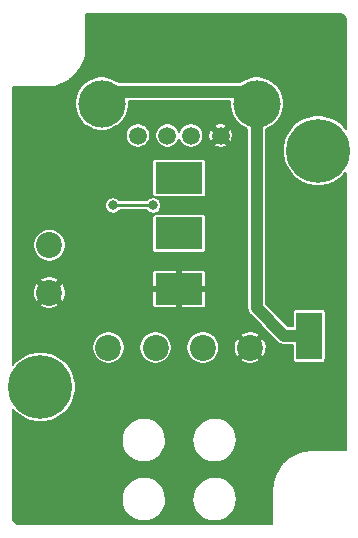
<source format=gbr>
G04 #@! TF.GenerationSoftware,KiCad,Pcbnew,(5.0.1)-3*
G04 #@! TF.CreationDate,2018-11-09T14:39:48+01:00*
G04 #@! TF.ProjectId,USB_switch,5553425F7377697463682E6B69636164,rev?*
G04 #@! TF.SameCoordinates,Original*
G04 #@! TF.FileFunction,Copper,L2,Bot,Signal*
G04 #@! TF.FilePolarity,Positive*
%FSLAX46Y46*%
G04 Gerber Fmt 4.6, Leading zero omitted, Abs format (unit mm)*
G04 Created by KiCad (PCBNEW (5.0.1)-3) date 09-Nov-18 14:39:48*
%MOMM*%
%LPD*%
G01*
G04 APERTURE LIST*
G04 #@! TA.AperFunction,ComponentPad*
%ADD10R,4.000000X2.700000*%
G04 #@! TD*
G04 #@! TA.AperFunction,SMDPad,CuDef*
%ADD11R,2.200000X4.000000*%
G04 #@! TD*
G04 #@! TA.AperFunction,ComponentPad*
%ADD12C,2.200000*%
G04 #@! TD*
G04 #@! TA.AperFunction,ComponentPad*
%ADD13C,5.400000*%
G04 #@! TD*
G04 #@! TA.AperFunction,ComponentPad*
%ADD14C,1.500000*%
G04 #@! TD*
G04 #@! TA.AperFunction,ComponentPad*
%ADD15C,4.000000*%
G04 #@! TD*
G04 #@! TA.AperFunction,ViaPad*
%ADD16C,0.800000*%
G04 #@! TD*
G04 #@! TA.AperFunction,Conductor*
%ADD17C,0.250000*%
G04 #@! TD*
G04 #@! TA.AperFunction,Conductor*
%ADD18C,1.000000*%
G04 #@! TD*
G04 #@! TA.AperFunction,Conductor*
%ADD19C,0.180000*%
G04 #@! TD*
G04 APERTURE END LIST*
D10*
G04 #@! TO.P,SW1,1*
G04 #@! TO.N,GND*
X100000000Y-101700000D03*
G04 #@! TO.P,SW1,2*
G04 #@! TO.N,Net-(R1-Pad2)*
X100000000Y-97000000D03*
G04 #@! TO.P,SW1,3*
G04 #@! TO.N,Net-(Q1-Pad2)*
X100000000Y-92300000D03*
G04 #@! TD*
D11*
G04 #@! TO.P,W12,1*
G04 #@! TO.N,Net-(J1-Pad5)*
X111000000Y-105662811D03*
G04 #@! TD*
D12*
G04 #@! TO.P,W8,1*
G04 #@! TO.N,Net-(J1-Pad2)*
X98000000Y-106662811D03*
G04 #@! TD*
G04 #@! TO.P,W6,1*
G04 #@! TO.N,GND*
X106000000Y-106662811D03*
G04 #@! TD*
G04 #@! TO.P,W7,1*
G04 #@! TO.N,Net-(J1-Pad3)*
X102000000Y-106662811D03*
G04 #@! TD*
G04 #@! TO.P,W1,1*
G04 #@! TO.N,Net-(Q1-Pad2)*
X94000000Y-106662811D03*
G04 #@! TD*
G04 #@! TO.P,W9,1*
G04 #@! TO.N,Net-(R3-Pad2)*
X89000000Y-98000000D03*
G04 #@! TD*
G04 #@! TO.P,W10,1*
G04 #@! TO.N,GND*
X89000000Y-102000000D03*
G04 #@! TD*
D13*
G04 #@! TO.P,H1,1*
G04 #@! TO.N,N/C*
X88250000Y-110000000D03*
G04 #@! TD*
G04 #@! TO.P,H2,1*
G04 #@! TO.N,N/C*
X111750000Y-90000000D03*
G04 #@! TD*
D14*
G04 #@! TO.P,J1,3*
G04 #@! TO.N,Net-(J1-Pad3)*
X101000000Y-88710000D03*
G04 #@! TO.P,J1,2*
G04 #@! TO.N,Net-(J1-Pad2)*
X99000000Y-88710000D03*
G04 #@! TO.P,J1,4*
G04 #@! TO.N,GND*
X103500000Y-88710000D03*
G04 #@! TO.P,J1,1*
G04 #@! TO.N,Vout*
X96500000Y-88710000D03*
D15*
G04 #@! TO.P,J1,5*
G04 #@! TO.N,Net-(J1-Pad5)*
X106570000Y-86000000D03*
X93430000Y-86000000D03*
G04 #@! TD*
D16*
G04 #@! TO.N,Net-(C1-Pad1)*
X97800000Y-94625000D03*
X94400000Y-94625000D03*
G04 #@! TO.N,GND*
X88000000Y-119000000D03*
X88000000Y-116000000D03*
X91000000Y-116000000D03*
X91000000Y-119000000D03*
X94000000Y-119000000D03*
X94000000Y-116000000D03*
X94000000Y-113000000D03*
X94000000Y-110000000D03*
X91000000Y-113000000D03*
X100000000Y-119000000D03*
X100000000Y-116000000D03*
X100000000Y-113000000D03*
X100000000Y-110000000D03*
X97000000Y-110000000D03*
X103000000Y-110000000D03*
X106000000Y-110000000D03*
X106000000Y-113000000D03*
X106000000Y-116000000D03*
X106000000Y-119000000D03*
X109000000Y-113000000D03*
X109000000Y-110000000D03*
X112000000Y-110000000D03*
X112000000Y-113000000D03*
X87000000Y-105000000D03*
X90000000Y-105000000D03*
X92000000Y-100000000D03*
X92000000Y-103000000D03*
X90000000Y-89000000D03*
X94000000Y-80000000D03*
X97000000Y-80000000D03*
X100000000Y-80000000D03*
X103000000Y-80000000D03*
X106000000Y-80000000D03*
X109000000Y-80000000D03*
X97000000Y-83000000D03*
X100000000Y-83000000D03*
X112000000Y-80000000D03*
X112000000Y-102000000D03*
X112000000Y-99000000D03*
X112000000Y-96000000D03*
X109000000Y-96000000D03*
X109000000Y-99000000D03*
X109000000Y-102000000D03*
X109000000Y-93000000D03*
X87000000Y-95000000D03*
X87000000Y-92000000D03*
X87000000Y-89000000D03*
X87000000Y-86000000D03*
X90000000Y-86000000D03*
X97800000Y-89600000D03*
X92000000Y-91000000D03*
X93000000Y-89000000D03*
X94000000Y-97000000D03*
X100000000Y-99400000D03*
X105300000Y-96500000D03*
X105300000Y-100700000D03*
X103000000Y-83000000D03*
X87000000Y-100000000D03*
X105100000Y-92900000D03*
X97000000Y-86500000D03*
X100000000Y-86500000D03*
X103000000Y-86500000D03*
X94500000Y-100000000D03*
X94500000Y-103000000D03*
X106000000Y-83000000D03*
X109000000Y-83000000D03*
X112000000Y-83000000D03*
X110000000Y-86000000D03*
X113000000Y-86000000D03*
X94000000Y-83000000D03*
G04 #@! TD*
D17*
G04 #@! TO.N,Net-(C1-Pad1)*
X97800000Y-94625000D02*
X94400000Y-94625000D01*
D18*
G04 #@! TO.N,Net-(J1-Pad5)*
X108900000Y-105662811D02*
X111000000Y-105662811D01*
X106570000Y-103332811D02*
X108900000Y-105662811D01*
X106570000Y-85000000D02*
X106570000Y-103332811D01*
X93430000Y-85000000D02*
X106570000Y-85000000D01*
G04 #@! TD*
D19*
G04 #@! TO.N,GND*
G36*
X113618120Y-78403453D02*
X113731740Y-78437756D01*
X113836537Y-78493478D01*
X113928506Y-78568486D01*
X114004164Y-78659940D01*
X114060611Y-78764337D01*
X114095710Y-78877723D01*
X114110000Y-79013683D01*
X114110000Y-88150133D01*
X114072484Y-88093986D01*
X113656014Y-87677516D01*
X113166296Y-87350297D01*
X112622151Y-87124904D01*
X112044489Y-87010000D01*
X111455511Y-87010000D01*
X110877849Y-87124904D01*
X110333704Y-87350297D01*
X109843986Y-87677516D01*
X109427516Y-88093986D01*
X109100297Y-88583704D01*
X108874904Y-89127849D01*
X108760000Y-89705511D01*
X108760000Y-90294489D01*
X108874904Y-90872151D01*
X109100297Y-91416296D01*
X109427516Y-91906014D01*
X109843986Y-92322484D01*
X110333704Y-92649703D01*
X110877849Y-92875096D01*
X111455511Y-92990000D01*
X112044489Y-92990000D01*
X112622151Y-92875096D01*
X113166296Y-92649703D01*
X113656014Y-92322484D01*
X114072484Y-91906014D01*
X114110000Y-91849867D01*
X114110001Y-115360000D01*
X111230841Y-115360000D01*
X111230167Y-115360066D01*
X111227697Y-115360075D01*
X111210744Y-115361797D01*
X111193709Y-115361678D01*
X111188290Y-115362209D01*
X110606000Y-115423410D01*
X110571358Y-115430521D01*
X110536653Y-115437142D01*
X110531440Y-115438715D01*
X109972126Y-115611853D01*
X109939534Y-115625553D01*
X109906768Y-115638792D01*
X109901964Y-115641346D01*
X109901959Y-115641348D01*
X109901955Y-115641351D01*
X109386928Y-115919824D01*
X109357652Y-115939570D01*
X109328045Y-115958945D01*
X109323833Y-115962381D01*
X109323826Y-115962386D01*
X109323820Y-115962392D01*
X108872693Y-116335597D01*
X108847794Y-116360670D01*
X108822531Y-116385410D01*
X108819060Y-116389605D01*
X108449008Y-116843333D01*
X108429454Y-116872763D01*
X108409476Y-116901941D01*
X108406889Y-116906726D01*
X108406886Y-116906730D01*
X108406886Y-116906731D01*
X108132012Y-117423695D01*
X108118540Y-117456380D01*
X108104617Y-117488865D01*
X108103007Y-117494067D01*
X107933780Y-118054575D01*
X107926918Y-118089230D01*
X107919565Y-118123824D01*
X107918996Y-118129240D01*
X107861861Y-118711942D01*
X107860000Y-118730842D01*
X107860001Y-121610000D01*
X86519077Y-121610000D01*
X86381880Y-121596548D01*
X86268261Y-121562244D01*
X86163461Y-121506521D01*
X86071491Y-121431512D01*
X85995836Y-121340061D01*
X85939389Y-121235663D01*
X85904290Y-121122277D01*
X85890000Y-120986317D01*
X85890000Y-119526319D01*
X95115184Y-119526319D01*
X95156192Y-119891914D01*
X95267430Y-120242580D01*
X95444661Y-120564963D01*
X95681135Y-120846781D01*
X95967843Y-121077301D01*
X96293867Y-121247742D01*
X96646786Y-121351611D01*
X97013160Y-121384954D01*
X97379032Y-121346499D01*
X97730467Y-121237712D01*
X98054079Y-121062736D01*
X98337541Y-120828235D01*
X98570057Y-120543143D01*
X98742769Y-120218318D01*
X98849100Y-119866132D01*
X98882419Y-119526319D01*
X101115184Y-119526319D01*
X101156192Y-119891914D01*
X101267430Y-120242580D01*
X101444661Y-120564963D01*
X101681135Y-120846781D01*
X101967843Y-121077301D01*
X102293867Y-121247742D01*
X102646786Y-121351611D01*
X103013160Y-121384954D01*
X103379032Y-121346499D01*
X103730467Y-121237712D01*
X104054079Y-121062736D01*
X104337541Y-120828235D01*
X104570057Y-120543143D01*
X104742769Y-120218318D01*
X104849100Y-119866132D01*
X104885000Y-119500000D01*
X104884265Y-119447368D01*
X104838157Y-119082381D01*
X104722033Y-118733301D01*
X104540318Y-118413425D01*
X104299933Y-118134936D01*
X104010034Y-117908442D01*
X103681662Y-117742570D01*
X103327327Y-117643637D01*
X102960524Y-117615413D01*
X102595224Y-117658973D01*
X102245342Y-117772656D01*
X101924205Y-117952134D01*
X101644044Y-118190569D01*
X101415532Y-118478880D01*
X101247371Y-118806085D01*
X101145968Y-119159721D01*
X101115184Y-119526319D01*
X98882419Y-119526319D01*
X98885000Y-119500000D01*
X98884265Y-119447368D01*
X98838157Y-119082381D01*
X98722033Y-118733301D01*
X98540318Y-118413425D01*
X98299933Y-118134936D01*
X98010034Y-117908442D01*
X97681662Y-117742570D01*
X97327327Y-117643637D01*
X96960524Y-117615413D01*
X96595224Y-117658973D01*
X96245342Y-117772656D01*
X95924205Y-117952134D01*
X95644044Y-118190569D01*
X95415532Y-118478880D01*
X95247371Y-118806085D01*
X95145968Y-119159721D01*
X95115184Y-119526319D01*
X85890000Y-119526319D01*
X85890000Y-114526319D01*
X95115184Y-114526319D01*
X95156192Y-114891914D01*
X95267430Y-115242580D01*
X95444661Y-115564963D01*
X95681135Y-115846781D01*
X95967843Y-116077301D01*
X96293867Y-116247742D01*
X96646786Y-116351611D01*
X97013160Y-116384954D01*
X97379032Y-116346499D01*
X97730467Y-116237712D01*
X98054079Y-116062736D01*
X98337541Y-115828235D01*
X98570057Y-115543143D01*
X98742769Y-115218318D01*
X98849100Y-114866132D01*
X98882419Y-114526319D01*
X101115184Y-114526319D01*
X101156192Y-114891914D01*
X101267430Y-115242580D01*
X101444661Y-115564963D01*
X101681135Y-115846781D01*
X101967843Y-116077301D01*
X102293867Y-116247742D01*
X102646786Y-116351611D01*
X103013160Y-116384954D01*
X103379032Y-116346499D01*
X103730467Y-116237712D01*
X104054079Y-116062736D01*
X104337541Y-115828235D01*
X104570057Y-115543143D01*
X104742769Y-115218318D01*
X104849100Y-114866132D01*
X104885000Y-114500000D01*
X104884265Y-114447368D01*
X104838157Y-114082381D01*
X104722033Y-113733301D01*
X104540318Y-113413425D01*
X104299933Y-113134936D01*
X104010034Y-112908442D01*
X103681662Y-112742570D01*
X103327327Y-112643637D01*
X102960524Y-112615413D01*
X102595224Y-112658973D01*
X102245342Y-112772656D01*
X101924205Y-112952134D01*
X101644044Y-113190569D01*
X101415532Y-113478880D01*
X101247371Y-113806085D01*
X101145968Y-114159721D01*
X101115184Y-114526319D01*
X98882419Y-114526319D01*
X98885000Y-114500000D01*
X98884265Y-114447368D01*
X98838157Y-114082381D01*
X98722033Y-113733301D01*
X98540318Y-113413425D01*
X98299933Y-113134936D01*
X98010034Y-112908442D01*
X97681662Y-112742570D01*
X97327327Y-112643637D01*
X96960524Y-112615413D01*
X96595224Y-112658973D01*
X96245342Y-112772656D01*
X95924205Y-112952134D01*
X95644044Y-113190569D01*
X95415532Y-113478880D01*
X95247371Y-113806085D01*
X95145968Y-114159721D01*
X95115184Y-114526319D01*
X85890000Y-114526319D01*
X85890000Y-111849867D01*
X85927516Y-111906014D01*
X86343986Y-112322484D01*
X86833704Y-112649703D01*
X87377849Y-112875096D01*
X87955511Y-112990000D01*
X88544489Y-112990000D01*
X89122151Y-112875096D01*
X89666296Y-112649703D01*
X90156014Y-112322484D01*
X90572484Y-111906014D01*
X90899703Y-111416296D01*
X91125096Y-110872151D01*
X91240000Y-110294489D01*
X91240000Y-109705511D01*
X91125096Y-109127849D01*
X90899703Y-108583704D01*
X90572484Y-108093986D01*
X90156014Y-107677516D01*
X89666296Y-107350297D01*
X89122151Y-107124904D01*
X88544489Y-107010000D01*
X87955511Y-107010000D01*
X87377849Y-107124904D01*
X86833704Y-107350297D01*
X86343986Y-107677516D01*
X85927516Y-108093986D01*
X85890000Y-108150133D01*
X85890000Y-106525908D01*
X92610000Y-106525908D01*
X92610000Y-106799714D01*
X92663417Y-107068259D01*
X92768198Y-107321223D01*
X92920316Y-107548885D01*
X93113926Y-107742495D01*
X93341588Y-107894613D01*
X93594552Y-107999394D01*
X93863097Y-108052811D01*
X94136903Y-108052811D01*
X94405448Y-107999394D01*
X94658412Y-107894613D01*
X94886074Y-107742495D01*
X95079684Y-107548885D01*
X95231802Y-107321223D01*
X95336583Y-107068259D01*
X95390000Y-106799714D01*
X95390000Y-106525908D01*
X96610000Y-106525908D01*
X96610000Y-106799714D01*
X96663417Y-107068259D01*
X96768198Y-107321223D01*
X96920316Y-107548885D01*
X97113926Y-107742495D01*
X97341588Y-107894613D01*
X97594552Y-107999394D01*
X97863097Y-108052811D01*
X98136903Y-108052811D01*
X98405448Y-107999394D01*
X98658412Y-107894613D01*
X98886074Y-107742495D01*
X99079684Y-107548885D01*
X99231802Y-107321223D01*
X99336583Y-107068259D01*
X99390000Y-106799714D01*
X99390000Y-106525908D01*
X100610000Y-106525908D01*
X100610000Y-106799714D01*
X100663417Y-107068259D01*
X100768198Y-107321223D01*
X100920316Y-107548885D01*
X101113926Y-107742495D01*
X101341588Y-107894613D01*
X101594552Y-107999394D01*
X101863097Y-108052811D01*
X102136903Y-108052811D01*
X102405448Y-107999394D01*
X102658412Y-107894613D01*
X102886074Y-107742495D01*
X102920632Y-107707937D01*
X105186805Y-107707937D01*
X105317383Y-107881367D01*
X105568228Y-107991124D01*
X105835666Y-108049835D01*
X106109418Y-108055244D01*
X106378966Y-108007142D01*
X106633951Y-107907378D01*
X106682617Y-107881367D01*
X106813195Y-107707937D01*
X106000000Y-106894742D01*
X105186805Y-107707937D01*
X102920632Y-107707937D01*
X103079684Y-107548885D01*
X103231802Y-107321223D01*
X103336583Y-107068259D01*
X103390000Y-106799714D01*
X103390000Y-106772229D01*
X104607567Y-106772229D01*
X104655669Y-107041777D01*
X104755433Y-107296762D01*
X104781444Y-107345428D01*
X104954874Y-107476006D01*
X105768069Y-106662811D01*
X106231931Y-106662811D01*
X107045126Y-107476006D01*
X107218556Y-107345428D01*
X107328313Y-107094583D01*
X107387024Y-106827145D01*
X107392433Y-106553393D01*
X107344331Y-106283845D01*
X107244567Y-106028860D01*
X107218556Y-105980194D01*
X107045126Y-105849616D01*
X106231931Y-106662811D01*
X105768069Y-106662811D01*
X104954874Y-105849616D01*
X104781444Y-105980194D01*
X104671687Y-106231039D01*
X104612976Y-106498477D01*
X104607567Y-106772229D01*
X103390000Y-106772229D01*
X103390000Y-106525908D01*
X103336583Y-106257363D01*
X103231802Y-106004399D01*
X103079684Y-105776737D01*
X102920632Y-105617685D01*
X105186805Y-105617685D01*
X106000000Y-106430880D01*
X106813195Y-105617685D01*
X106682617Y-105444255D01*
X106431772Y-105334498D01*
X106164334Y-105275787D01*
X105890582Y-105270378D01*
X105621034Y-105318480D01*
X105366049Y-105418244D01*
X105317383Y-105444255D01*
X105186805Y-105617685D01*
X102920632Y-105617685D01*
X102886074Y-105583127D01*
X102658412Y-105431009D01*
X102405448Y-105326228D01*
X102136903Y-105272811D01*
X101863097Y-105272811D01*
X101594552Y-105326228D01*
X101341588Y-105431009D01*
X101113926Y-105583127D01*
X100920316Y-105776737D01*
X100768198Y-106004399D01*
X100663417Y-106257363D01*
X100610000Y-106525908D01*
X99390000Y-106525908D01*
X99336583Y-106257363D01*
X99231802Y-106004399D01*
X99079684Y-105776737D01*
X98886074Y-105583127D01*
X98658412Y-105431009D01*
X98405448Y-105326228D01*
X98136903Y-105272811D01*
X97863097Y-105272811D01*
X97594552Y-105326228D01*
X97341588Y-105431009D01*
X97113926Y-105583127D01*
X96920316Y-105776737D01*
X96768198Y-106004399D01*
X96663417Y-106257363D01*
X96610000Y-106525908D01*
X95390000Y-106525908D01*
X95336583Y-106257363D01*
X95231802Y-106004399D01*
X95079684Y-105776737D01*
X94886074Y-105583127D01*
X94658412Y-105431009D01*
X94405448Y-105326228D01*
X94136903Y-105272811D01*
X93863097Y-105272811D01*
X93594552Y-105326228D01*
X93341588Y-105431009D01*
X93113926Y-105583127D01*
X92920316Y-105776737D01*
X92768198Y-106004399D01*
X92663417Y-106257363D01*
X92610000Y-106525908D01*
X85890000Y-106525908D01*
X85890000Y-103045126D01*
X88186805Y-103045126D01*
X88317383Y-103218556D01*
X88568228Y-103328313D01*
X88835666Y-103387024D01*
X89109418Y-103392433D01*
X89378966Y-103344331D01*
X89633951Y-103244567D01*
X89682617Y-103218556D01*
X89813195Y-103045126D01*
X89000000Y-102231931D01*
X88186805Y-103045126D01*
X85890000Y-103045126D01*
X85890000Y-102109418D01*
X87607567Y-102109418D01*
X87655669Y-102378966D01*
X87755433Y-102633951D01*
X87781444Y-102682617D01*
X87954874Y-102813195D01*
X88768069Y-102000000D01*
X89231931Y-102000000D01*
X90045126Y-102813195D01*
X90218556Y-102682617D01*
X90328313Y-102431772D01*
X90387024Y-102164334D01*
X90391525Y-101936500D01*
X97710000Y-101936500D01*
X97710000Y-103078563D01*
X97721145Y-103134590D01*
X97743006Y-103187367D01*
X97774743Y-103234865D01*
X97815136Y-103275258D01*
X97862634Y-103306995D01*
X97915411Y-103328856D01*
X97971438Y-103340000D01*
X99763500Y-103340000D01*
X99836000Y-103267500D01*
X99836000Y-101864000D01*
X100164000Y-101864000D01*
X100164000Y-103267500D01*
X100236500Y-103340000D01*
X102028562Y-103340000D01*
X102084589Y-103328856D01*
X102137366Y-103306995D01*
X102184864Y-103275258D01*
X102225257Y-103234865D01*
X102256994Y-103187367D01*
X102278855Y-103134590D01*
X102290000Y-103078563D01*
X102290000Y-101936500D01*
X102217500Y-101864000D01*
X100164000Y-101864000D01*
X99836000Y-101864000D01*
X97782500Y-101864000D01*
X97710000Y-101936500D01*
X90391525Y-101936500D01*
X90392433Y-101890582D01*
X90344331Y-101621034D01*
X90244567Y-101366049D01*
X90218556Y-101317383D01*
X90045126Y-101186805D01*
X89231931Y-102000000D01*
X88768069Y-102000000D01*
X87954874Y-101186805D01*
X87781444Y-101317383D01*
X87671687Y-101568228D01*
X87612976Y-101835666D01*
X87607567Y-102109418D01*
X85890000Y-102109418D01*
X85890000Y-100954874D01*
X88186805Y-100954874D01*
X89000000Y-101768069D01*
X89813195Y-100954874D01*
X89682617Y-100781444D01*
X89431772Y-100671687D01*
X89164334Y-100612976D01*
X88890582Y-100607567D01*
X88621034Y-100655669D01*
X88366049Y-100755433D01*
X88317383Y-100781444D01*
X88186805Y-100954874D01*
X85890000Y-100954874D01*
X85890000Y-100321437D01*
X97710000Y-100321437D01*
X97710000Y-101463500D01*
X97782500Y-101536000D01*
X99836000Y-101536000D01*
X99836000Y-100132500D01*
X100164000Y-100132500D01*
X100164000Y-101536000D01*
X102217500Y-101536000D01*
X102290000Y-101463500D01*
X102290000Y-100321437D01*
X102278855Y-100265410D01*
X102256994Y-100212633D01*
X102225257Y-100165135D01*
X102184864Y-100124742D01*
X102137366Y-100093005D01*
X102084589Y-100071144D01*
X102028562Y-100060000D01*
X100236500Y-100060000D01*
X100164000Y-100132500D01*
X99836000Y-100132500D01*
X99763500Y-100060000D01*
X97971438Y-100060000D01*
X97915411Y-100071144D01*
X97862634Y-100093005D01*
X97815136Y-100124742D01*
X97774743Y-100165135D01*
X97743006Y-100212633D01*
X97721145Y-100265410D01*
X97710000Y-100321437D01*
X85890000Y-100321437D01*
X85890000Y-97863097D01*
X87610000Y-97863097D01*
X87610000Y-98136903D01*
X87663417Y-98405448D01*
X87768198Y-98658412D01*
X87920316Y-98886074D01*
X88113926Y-99079684D01*
X88341588Y-99231802D01*
X88594552Y-99336583D01*
X88863097Y-99390000D01*
X89136903Y-99390000D01*
X89405448Y-99336583D01*
X89658412Y-99231802D01*
X89886074Y-99079684D01*
X90079684Y-98886074D01*
X90231802Y-98658412D01*
X90336583Y-98405448D01*
X90390000Y-98136903D01*
X90390000Y-97863097D01*
X90336583Y-97594552D01*
X90231802Y-97341588D01*
X90079684Y-97113926D01*
X89886074Y-96920316D01*
X89658412Y-96768198D01*
X89405448Y-96663417D01*
X89136903Y-96610000D01*
X88863097Y-96610000D01*
X88594552Y-96663417D01*
X88341588Y-96768198D01*
X88113926Y-96920316D01*
X87920316Y-97113926D01*
X87768198Y-97341588D01*
X87663417Y-97594552D01*
X87610000Y-97863097D01*
X85890000Y-97863097D01*
X85890000Y-95650000D01*
X97708597Y-95650000D01*
X97708597Y-98350000D01*
X97714196Y-98406850D01*
X97730779Y-98461515D01*
X97757707Y-98511895D01*
X97793947Y-98556053D01*
X97838105Y-98592293D01*
X97888485Y-98619221D01*
X97943150Y-98635804D01*
X98000000Y-98641403D01*
X102000000Y-98641403D01*
X102056850Y-98635804D01*
X102111515Y-98619221D01*
X102161895Y-98592293D01*
X102206053Y-98556053D01*
X102242293Y-98511895D01*
X102269221Y-98461515D01*
X102285804Y-98406850D01*
X102291403Y-98350000D01*
X102291403Y-95650000D01*
X102285804Y-95593150D01*
X102269221Y-95538485D01*
X102242293Y-95488105D01*
X102206053Y-95443947D01*
X102161895Y-95407707D01*
X102111515Y-95380779D01*
X102056850Y-95364196D01*
X102000000Y-95358597D01*
X98000000Y-95358597D01*
X97943150Y-95364196D01*
X97888485Y-95380779D01*
X97838105Y-95407707D01*
X97793947Y-95443947D01*
X97757707Y-95488105D01*
X97730779Y-95538485D01*
X97714196Y-95593150D01*
X97708597Y-95650000D01*
X85890000Y-95650000D01*
X85890000Y-94557041D01*
X93710000Y-94557041D01*
X93710000Y-94692959D01*
X93736516Y-94826266D01*
X93788530Y-94951838D01*
X93864042Y-95064850D01*
X93960150Y-95160958D01*
X94073162Y-95236470D01*
X94198734Y-95288484D01*
X94332041Y-95315000D01*
X94467959Y-95315000D01*
X94601266Y-95288484D01*
X94726838Y-95236470D01*
X94839850Y-95160958D01*
X94935958Y-95064850D01*
X94952562Y-95040000D01*
X97247438Y-95040000D01*
X97264042Y-95064850D01*
X97360150Y-95160958D01*
X97473162Y-95236470D01*
X97598734Y-95288484D01*
X97732041Y-95315000D01*
X97867959Y-95315000D01*
X98001266Y-95288484D01*
X98126838Y-95236470D01*
X98239850Y-95160958D01*
X98335958Y-95064850D01*
X98411470Y-94951838D01*
X98463484Y-94826266D01*
X98490000Y-94692959D01*
X98490000Y-94557041D01*
X98463484Y-94423734D01*
X98411470Y-94298162D01*
X98335958Y-94185150D01*
X98239850Y-94089042D01*
X98126838Y-94013530D01*
X98001266Y-93961516D01*
X97867959Y-93935000D01*
X97732041Y-93935000D01*
X97598734Y-93961516D01*
X97473162Y-94013530D01*
X97360150Y-94089042D01*
X97264042Y-94185150D01*
X97247438Y-94210000D01*
X94952562Y-94210000D01*
X94935958Y-94185150D01*
X94839850Y-94089042D01*
X94726838Y-94013530D01*
X94601266Y-93961516D01*
X94467959Y-93935000D01*
X94332041Y-93935000D01*
X94198734Y-93961516D01*
X94073162Y-94013530D01*
X93960150Y-94089042D01*
X93864042Y-94185150D01*
X93788530Y-94298162D01*
X93736516Y-94423734D01*
X93710000Y-94557041D01*
X85890000Y-94557041D01*
X85890000Y-90950000D01*
X97708597Y-90950000D01*
X97708597Y-93650000D01*
X97714196Y-93706850D01*
X97730779Y-93761515D01*
X97757707Y-93811895D01*
X97793947Y-93856053D01*
X97838105Y-93892293D01*
X97888485Y-93919221D01*
X97943150Y-93935804D01*
X98000000Y-93941403D01*
X102000000Y-93941403D01*
X102056850Y-93935804D01*
X102111515Y-93919221D01*
X102161895Y-93892293D01*
X102206053Y-93856053D01*
X102242293Y-93811895D01*
X102269221Y-93761515D01*
X102285804Y-93706850D01*
X102291403Y-93650000D01*
X102291403Y-90950000D01*
X102285804Y-90893150D01*
X102269221Y-90838485D01*
X102242293Y-90788105D01*
X102206053Y-90743947D01*
X102161895Y-90707707D01*
X102111515Y-90680779D01*
X102056850Y-90664196D01*
X102000000Y-90658597D01*
X98000000Y-90658597D01*
X97943150Y-90664196D01*
X97888485Y-90680779D01*
X97838105Y-90707707D01*
X97793947Y-90743947D01*
X97757707Y-90788105D01*
X97730779Y-90838485D01*
X97714196Y-90893150D01*
X97708597Y-90950000D01*
X85890000Y-90950000D01*
X85890000Y-88607569D01*
X95460000Y-88607569D01*
X95460000Y-88812431D01*
X95499967Y-89013357D01*
X95578364Y-89202625D01*
X95692179Y-89372961D01*
X95837039Y-89517821D01*
X96007375Y-89631636D01*
X96196643Y-89710033D01*
X96397569Y-89750000D01*
X96602431Y-89750000D01*
X96803357Y-89710033D01*
X96992625Y-89631636D01*
X97162961Y-89517821D01*
X97307821Y-89372961D01*
X97421636Y-89202625D01*
X97500033Y-89013357D01*
X97540000Y-88812431D01*
X97540000Y-88607569D01*
X97960000Y-88607569D01*
X97960000Y-88812431D01*
X97999967Y-89013357D01*
X98078364Y-89202625D01*
X98192179Y-89372961D01*
X98337039Y-89517821D01*
X98507375Y-89631636D01*
X98696643Y-89710033D01*
X98897569Y-89750000D01*
X99102431Y-89750000D01*
X99303357Y-89710033D01*
X99492625Y-89631636D01*
X99662961Y-89517821D01*
X99807821Y-89372961D01*
X99921636Y-89202625D01*
X100000000Y-89013437D01*
X100078364Y-89202625D01*
X100192179Y-89372961D01*
X100337039Y-89517821D01*
X100507375Y-89631636D01*
X100696643Y-89710033D01*
X100897569Y-89750000D01*
X101102431Y-89750000D01*
X101303357Y-89710033D01*
X101492625Y-89631636D01*
X101662961Y-89517821D01*
X101676981Y-89503801D01*
X102938130Y-89503801D01*
X103026036Y-89641369D01*
X103216844Y-89715939D01*
X103418534Y-89751852D01*
X103623354Y-89747727D01*
X103823434Y-89703722D01*
X103973964Y-89641369D01*
X104061870Y-89503801D01*
X103500000Y-88941931D01*
X102938130Y-89503801D01*
X101676981Y-89503801D01*
X101807821Y-89372961D01*
X101921636Y-89202625D01*
X102000033Y-89013357D01*
X102040000Y-88812431D01*
X102040000Y-88628534D01*
X102458148Y-88628534D01*
X102462273Y-88833354D01*
X102506278Y-89033434D01*
X102568631Y-89183964D01*
X102706199Y-89271870D01*
X103268069Y-88710000D01*
X103731931Y-88710000D01*
X104293801Y-89271870D01*
X104431369Y-89183964D01*
X104505939Y-88993156D01*
X104541852Y-88791466D01*
X104537727Y-88586646D01*
X104493722Y-88386566D01*
X104431369Y-88236036D01*
X104293801Y-88148130D01*
X103731931Y-88710000D01*
X103268069Y-88710000D01*
X102706199Y-88148130D01*
X102568631Y-88236036D01*
X102494061Y-88426844D01*
X102458148Y-88628534D01*
X102040000Y-88628534D01*
X102040000Y-88607569D01*
X102000033Y-88406643D01*
X101921636Y-88217375D01*
X101807821Y-88047039D01*
X101676981Y-87916199D01*
X102938130Y-87916199D01*
X103500000Y-88478069D01*
X104061870Y-87916199D01*
X103973964Y-87778631D01*
X103783156Y-87704061D01*
X103581466Y-87668148D01*
X103376646Y-87672273D01*
X103176566Y-87716278D01*
X103026036Y-87778631D01*
X102938130Y-87916199D01*
X101676981Y-87916199D01*
X101662961Y-87902179D01*
X101492625Y-87788364D01*
X101303357Y-87709967D01*
X101102431Y-87670000D01*
X100897569Y-87670000D01*
X100696643Y-87709967D01*
X100507375Y-87788364D01*
X100337039Y-87902179D01*
X100192179Y-88047039D01*
X100078364Y-88217375D01*
X100000000Y-88406563D01*
X99921636Y-88217375D01*
X99807821Y-88047039D01*
X99662961Y-87902179D01*
X99492625Y-87788364D01*
X99303357Y-87709967D01*
X99102431Y-87670000D01*
X98897569Y-87670000D01*
X98696643Y-87709967D01*
X98507375Y-87788364D01*
X98337039Y-87902179D01*
X98192179Y-88047039D01*
X98078364Y-88217375D01*
X97999967Y-88406643D01*
X97960000Y-88607569D01*
X97540000Y-88607569D01*
X97500033Y-88406643D01*
X97421636Y-88217375D01*
X97307821Y-88047039D01*
X97162961Y-87902179D01*
X96992625Y-87788364D01*
X96803357Y-87709967D01*
X96602431Y-87670000D01*
X96397569Y-87670000D01*
X96196643Y-87709967D01*
X96007375Y-87788364D01*
X95837039Y-87902179D01*
X95692179Y-88047039D01*
X95578364Y-88217375D01*
X95499967Y-88406643D01*
X95460000Y-88607569D01*
X85890000Y-88607569D01*
X85890000Y-85774455D01*
X91140000Y-85774455D01*
X91140000Y-86225545D01*
X91228004Y-86667968D01*
X91400629Y-87084722D01*
X91651241Y-87459790D01*
X91970210Y-87778759D01*
X92345278Y-88029371D01*
X92762032Y-88201996D01*
X93204455Y-88290000D01*
X93655545Y-88290000D01*
X94097968Y-88201996D01*
X94514722Y-88029371D01*
X94889790Y-87778759D01*
X95208759Y-87459790D01*
X95459371Y-87084722D01*
X95631996Y-86667968D01*
X95720000Y-86225545D01*
X95720000Y-85790000D01*
X104280000Y-85790000D01*
X104280000Y-86225545D01*
X104368004Y-86667968D01*
X104540629Y-87084722D01*
X104791241Y-87459790D01*
X105110210Y-87778759D01*
X105485278Y-88029371D01*
X105780000Y-88151449D01*
X105780001Y-103293996D01*
X105776178Y-103332811D01*
X105791431Y-103487677D01*
X105836604Y-103636593D01*
X105836605Y-103636594D01*
X105909962Y-103773835D01*
X106008684Y-103894128D01*
X106038825Y-103918864D01*
X108313946Y-106193986D01*
X108338683Y-106224128D01*
X108458976Y-106322850D01*
X108596217Y-106396207D01*
X108710519Y-106430880D01*
X108745133Y-106441380D01*
X108900000Y-106456633D01*
X108938806Y-106452811D01*
X109608597Y-106452811D01*
X109608597Y-107662811D01*
X109614196Y-107719661D01*
X109630779Y-107774326D01*
X109657707Y-107824706D01*
X109693947Y-107868864D01*
X109738105Y-107905104D01*
X109788485Y-107932032D01*
X109843150Y-107948615D01*
X109900000Y-107954214D01*
X112100000Y-107954214D01*
X112156850Y-107948615D01*
X112211515Y-107932032D01*
X112261895Y-107905104D01*
X112306053Y-107868864D01*
X112342293Y-107824706D01*
X112369221Y-107774326D01*
X112385804Y-107719661D01*
X112391403Y-107662811D01*
X112391403Y-103662811D01*
X112385804Y-103605961D01*
X112369221Y-103551296D01*
X112342293Y-103500916D01*
X112306053Y-103456758D01*
X112261895Y-103420518D01*
X112211515Y-103393590D01*
X112156850Y-103377007D01*
X112100000Y-103371408D01*
X109900000Y-103371408D01*
X109843150Y-103377007D01*
X109788485Y-103393590D01*
X109738105Y-103420518D01*
X109693947Y-103456758D01*
X109657707Y-103500916D01*
X109630779Y-103551296D01*
X109614196Y-103605961D01*
X109608597Y-103662811D01*
X109608597Y-104872811D01*
X109227229Y-104872811D01*
X107360000Y-103005583D01*
X107360000Y-88151449D01*
X107654722Y-88029371D01*
X108029790Y-87778759D01*
X108348759Y-87459790D01*
X108599371Y-87084722D01*
X108771996Y-86667968D01*
X108860000Y-86225545D01*
X108860000Y-85774455D01*
X108771996Y-85332032D01*
X108599371Y-84915278D01*
X108348759Y-84540210D01*
X108029790Y-84221241D01*
X107654722Y-83970629D01*
X107237968Y-83798004D01*
X106795545Y-83710000D01*
X106344455Y-83710000D01*
X105902032Y-83798004D01*
X105485278Y-83970629D01*
X105127033Y-84210000D01*
X94872967Y-84210000D01*
X94514722Y-83970629D01*
X94097968Y-83798004D01*
X93655545Y-83710000D01*
X93204455Y-83710000D01*
X92762032Y-83798004D01*
X92345278Y-83970629D01*
X91970210Y-84221241D01*
X91651241Y-84540210D01*
X91400629Y-84915278D01*
X91228004Y-85332032D01*
X91140000Y-85774455D01*
X85890000Y-85774455D01*
X85890000Y-84640000D01*
X88769159Y-84640000D01*
X88769833Y-84639934D01*
X88772303Y-84639925D01*
X88789256Y-84638203D01*
X88806291Y-84638322D01*
X88811710Y-84637791D01*
X89394000Y-84576590D01*
X89428655Y-84569476D01*
X89463348Y-84562858D01*
X89468555Y-84561286D01*
X89468559Y-84561285D01*
X89468562Y-84561284D01*
X90027874Y-84388147D01*
X90060466Y-84374447D01*
X90093232Y-84361208D01*
X90098036Y-84358654D01*
X90098041Y-84358652D01*
X90098045Y-84358649D01*
X90613072Y-84080176D01*
X90642348Y-84060430D01*
X90671955Y-84041055D01*
X90676167Y-84037619D01*
X90676174Y-84037614D01*
X90676180Y-84037608D01*
X91127308Y-83664403D01*
X91152225Y-83639311D01*
X91177469Y-83614590D01*
X91180940Y-83610395D01*
X91550992Y-83156666D01*
X91570556Y-83127221D01*
X91590524Y-83098058D01*
X91593111Y-83093274D01*
X91593114Y-83093270D01*
X91593116Y-83093266D01*
X91867988Y-82576304D01*
X91881449Y-82543645D01*
X91895383Y-82511135D01*
X91896993Y-82505933D01*
X92066220Y-81945425D01*
X92073089Y-81910733D01*
X92080434Y-81876176D01*
X92081004Y-81870761D01*
X92138139Y-81288058D01*
X92138139Y-81288054D01*
X92140000Y-81269159D01*
X92140000Y-78390000D01*
X113480922Y-78390000D01*
X113618120Y-78403453D01*
X113618120Y-78403453D01*
G37*
X113618120Y-78403453D02*
X113731740Y-78437756D01*
X113836537Y-78493478D01*
X113928506Y-78568486D01*
X114004164Y-78659940D01*
X114060611Y-78764337D01*
X114095710Y-78877723D01*
X114110000Y-79013683D01*
X114110000Y-88150133D01*
X114072484Y-88093986D01*
X113656014Y-87677516D01*
X113166296Y-87350297D01*
X112622151Y-87124904D01*
X112044489Y-87010000D01*
X111455511Y-87010000D01*
X110877849Y-87124904D01*
X110333704Y-87350297D01*
X109843986Y-87677516D01*
X109427516Y-88093986D01*
X109100297Y-88583704D01*
X108874904Y-89127849D01*
X108760000Y-89705511D01*
X108760000Y-90294489D01*
X108874904Y-90872151D01*
X109100297Y-91416296D01*
X109427516Y-91906014D01*
X109843986Y-92322484D01*
X110333704Y-92649703D01*
X110877849Y-92875096D01*
X111455511Y-92990000D01*
X112044489Y-92990000D01*
X112622151Y-92875096D01*
X113166296Y-92649703D01*
X113656014Y-92322484D01*
X114072484Y-91906014D01*
X114110000Y-91849867D01*
X114110001Y-115360000D01*
X111230841Y-115360000D01*
X111230167Y-115360066D01*
X111227697Y-115360075D01*
X111210744Y-115361797D01*
X111193709Y-115361678D01*
X111188290Y-115362209D01*
X110606000Y-115423410D01*
X110571358Y-115430521D01*
X110536653Y-115437142D01*
X110531440Y-115438715D01*
X109972126Y-115611853D01*
X109939534Y-115625553D01*
X109906768Y-115638792D01*
X109901964Y-115641346D01*
X109901959Y-115641348D01*
X109901955Y-115641351D01*
X109386928Y-115919824D01*
X109357652Y-115939570D01*
X109328045Y-115958945D01*
X109323833Y-115962381D01*
X109323826Y-115962386D01*
X109323820Y-115962392D01*
X108872693Y-116335597D01*
X108847794Y-116360670D01*
X108822531Y-116385410D01*
X108819060Y-116389605D01*
X108449008Y-116843333D01*
X108429454Y-116872763D01*
X108409476Y-116901941D01*
X108406889Y-116906726D01*
X108406886Y-116906730D01*
X108406886Y-116906731D01*
X108132012Y-117423695D01*
X108118540Y-117456380D01*
X108104617Y-117488865D01*
X108103007Y-117494067D01*
X107933780Y-118054575D01*
X107926918Y-118089230D01*
X107919565Y-118123824D01*
X107918996Y-118129240D01*
X107861861Y-118711942D01*
X107860000Y-118730842D01*
X107860001Y-121610000D01*
X86519077Y-121610000D01*
X86381880Y-121596548D01*
X86268261Y-121562244D01*
X86163461Y-121506521D01*
X86071491Y-121431512D01*
X85995836Y-121340061D01*
X85939389Y-121235663D01*
X85904290Y-121122277D01*
X85890000Y-120986317D01*
X85890000Y-119526319D01*
X95115184Y-119526319D01*
X95156192Y-119891914D01*
X95267430Y-120242580D01*
X95444661Y-120564963D01*
X95681135Y-120846781D01*
X95967843Y-121077301D01*
X96293867Y-121247742D01*
X96646786Y-121351611D01*
X97013160Y-121384954D01*
X97379032Y-121346499D01*
X97730467Y-121237712D01*
X98054079Y-121062736D01*
X98337541Y-120828235D01*
X98570057Y-120543143D01*
X98742769Y-120218318D01*
X98849100Y-119866132D01*
X98882419Y-119526319D01*
X101115184Y-119526319D01*
X101156192Y-119891914D01*
X101267430Y-120242580D01*
X101444661Y-120564963D01*
X101681135Y-120846781D01*
X101967843Y-121077301D01*
X102293867Y-121247742D01*
X102646786Y-121351611D01*
X103013160Y-121384954D01*
X103379032Y-121346499D01*
X103730467Y-121237712D01*
X104054079Y-121062736D01*
X104337541Y-120828235D01*
X104570057Y-120543143D01*
X104742769Y-120218318D01*
X104849100Y-119866132D01*
X104885000Y-119500000D01*
X104884265Y-119447368D01*
X104838157Y-119082381D01*
X104722033Y-118733301D01*
X104540318Y-118413425D01*
X104299933Y-118134936D01*
X104010034Y-117908442D01*
X103681662Y-117742570D01*
X103327327Y-117643637D01*
X102960524Y-117615413D01*
X102595224Y-117658973D01*
X102245342Y-117772656D01*
X101924205Y-117952134D01*
X101644044Y-118190569D01*
X101415532Y-118478880D01*
X101247371Y-118806085D01*
X101145968Y-119159721D01*
X101115184Y-119526319D01*
X98882419Y-119526319D01*
X98885000Y-119500000D01*
X98884265Y-119447368D01*
X98838157Y-119082381D01*
X98722033Y-118733301D01*
X98540318Y-118413425D01*
X98299933Y-118134936D01*
X98010034Y-117908442D01*
X97681662Y-117742570D01*
X97327327Y-117643637D01*
X96960524Y-117615413D01*
X96595224Y-117658973D01*
X96245342Y-117772656D01*
X95924205Y-117952134D01*
X95644044Y-118190569D01*
X95415532Y-118478880D01*
X95247371Y-118806085D01*
X95145968Y-119159721D01*
X95115184Y-119526319D01*
X85890000Y-119526319D01*
X85890000Y-114526319D01*
X95115184Y-114526319D01*
X95156192Y-114891914D01*
X95267430Y-115242580D01*
X95444661Y-115564963D01*
X95681135Y-115846781D01*
X95967843Y-116077301D01*
X96293867Y-116247742D01*
X96646786Y-116351611D01*
X97013160Y-116384954D01*
X97379032Y-116346499D01*
X97730467Y-116237712D01*
X98054079Y-116062736D01*
X98337541Y-115828235D01*
X98570057Y-115543143D01*
X98742769Y-115218318D01*
X98849100Y-114866132D01*
X98882419Y-114526319D01*
X101115184Y-114526319D01*
X101156192Y-114891914D01*
X101267430Y-115242580D01*
X101444661Y-115564963D01*
X101681135Y-115846781D01*
X101967843Y-116077301D01*
X102293867Y-116247742D01*
X102646786Y-116351611D01*
X103013160Y-116384954D01*
X103379032Y-116346499D01*
X103730467Y-116237712D01*
X104054079Y-116062736D01*
X104337541Y-115828235D01*
X104570057Y-115543143D01*
X104742769Y-115218318D01*
X104849100Y-114866132D01*
X104885000Y-114500000D01*
X104884265Y-114447368D01*
X104838157Y-114082381D01*
X104722033Y-113733301D01*
X104540318Y-113413425D01*
X104299933Y-113134936D01*
X104010034Y-112908442D01*
X103681662Y-112742570D01*
X103327327Y-112643637D01*
X102960524Y-112615413D01*
X102595224Y-112658973D01*
X102245342Y-112772656D01*
X101924205Y-112952134D01*
X101644044Y-113190569D01*
X101415532Y-113478880D01*
X101247371Y-113806085D01*
X101145968Y-114159721D01*
X101115184Y-114526319D01*
X98882419Y-114526319D01*
X98885000Y-114500000D01*
X98884265Y-114447368D01*
X98838157Y-114082381D01*
X98722033Y-113733301D01*
X98540318Y-113413425D01*
X98299933Y-113134936D01*
X98010034Y-112908442D01*
X97681662Y-112742570D01*
X97327327Y-112643637D01*
X96960524Y-112615413D01*
X96595224Y-112658973D01*
X96245342Y-112772656D01*
X95924205Y-112952134D01*
X95644044Y-113190569D01*
X95415532Y-113478880D01*
X95247371Y-113806085D01*
X95145968Y-114159721D01*
X95115184Y-114526319D01*
X85890000Y-114526319D01*
X85890000Y-111849867D01*
X85927516Y-111906014D01*
X86343986Y-112322484D01*
X86833704Y-112649703D01*
X87377849Y-112875096D01*
X87955511Y-112990000D01*
X88544489Y-112990000D01*
X89122151Y-112875096D01*
X89666296Y-112649703D01*
X90156014Y-112322484D01*
X90572484Y-111906014D01*
X90899703Y-111416296D01*
X91125096Y-110872151D01*
X91240000Y-110294489D01*
X91240000Y-109705511D01*
X91125096Y-109127849D01*
X90899703Y-108583704D01*
X90572484Y-108093986D01*
X90156014Y-107677516D01*
X89666296Y-107350297D01*
X89122151Y-107124904D01*
X88544489Y-107010000D01*
X87955511Y-107010000D01*
X87377849Y-107124904D01*
X86833704Y-107350297D01*
X86343986Y-107677516D01*
X85927516Y-108093986D01*
X85890000Y-108150133D01*
X85890000Y-106525908D01*
X92610000Y-106525908D01*
X92610000Y-106799714D01*
X92663417Y-107068259D01*
X92768198Y-107321223D01*
X92920316Y-107548885D01*
X93113926Y-107742495D01*
X93341588Y-107894613D01*
X93594552Y-107999394D01*
X93863097Y-108052811D01*
X94136903Y-108052811D01*
X94405448Y-107999394D01*
X94658412Y-107894613D01*
X94886074Y-107742495D01*
X95079684Y-107548885D01*
X95231802Y-107321223D01*
X95336583Y-107068259D01*
X95390000Y-106799714D01*
X95390000Y-106525908D01*
X96610000Y-106525908D01*
X96610000Y-106799714D01*
X96663417Y-107068259D01*
X96768198Y-107321223D01*
X96920316Y-107548885D01*
X97113926Y-107742495D01*
X97341588Y-107894613D01*
X97594552Y-107999394D01*
X97863097Y-108052811D01*
X98136903Y-108052811D01*
X98405448Y-107999394D01*
X98658412Y-107894613D01*
X98886074Y-107742495D01*
X99079684Y-107548885D01*
X99231802Y-107321223D01*
X99336583Y-107068259D01*
X99390000Y-106799714D01*
X99390000Y-106525908D01*
X100610000Y-106525908D01*
X100610000Y-106799714D01*
X100663417Y-107068259D01*
X100768198Y-107321223D01*
X100920316Y-107548885D01*
X101113926Y-107742495D01*
X101341588Y-107894613D01*
X101594552Y-107999394D01*
X101863097Y-108052811D01*
X102136903Y-108052811D01*
X102405448Y-107999394D01*
X102658412Y-107894613D01*
X102886074Y-107742495D01*
X102920632Y-107707937D01*
X105186805Y-107707937D01*
X105317383Y-107881367D01*
X105568228Y-107991124D01*
X105835666Y-108049835D01*
X106109418Y-108055244D01*
X106378966Y-108007142D01*
X106633951Y-107907378D01*
X106682617Y-107881367D01*
X106813195Y-107707937D01*
X106000000Y-106894742D01*
X105186805Y-107707937D01*
X102920632Y-107707937D01*
X103079684Y-107548885D01*
X103231802Y-107321223D01*
X103336583Y-107068259D01*
X103390000Y-106799714D01*
X103390000Y-106772229D01*
X104607567Y-106772229D01*
X104655669Y-107041777D01*
X104755433Y-107296762D01*
X104781444Y-107345428D01*
X104954874Y-107476006D01*
X105768069Y-106662811D01*
X106231931Y-106662811D01*
X107045126Y-107476006D01*
X107218556Y-107345428D01*
X107328313Y-107094583D01*
X107387024Y-106827145D01*
X107392433Y-106553393D01*
X107344331Y-106283845D01*
X107244567Y-106028860D01*
X107218556Y-105980194D01*
X107045126Y-105849616D01*
X106231931Y-106662811D01*
X105768069Y-106662811D01*
X104954874Y-105849616D01*
X104781444Y-105980194D01*
X104671687Y-106231039D01*
X104612976Y-106498477D01*
X104607567Y-106772229D01*
X103390000Y-106772229D01*
X103390000Y-106525908D01*
X103336583Y-106257363D01*
X103231802Y-106004399D01*
X103079684Y-105776737D01*
X102920632Y-105617685D01*
X105186805Y-105617685D01*
X106000000Y-106430880D01*
X106813195Y-105617685D01*
X106682617Y-105444255D01*
X106431772Y-105334498D01*
X106164334Y-105275787D01*
X105890582Y-105270378D01*
X105621034Y-105318480D01*
X105366049Y-105418244D01*
X105317383Y-105444255D01*
X105186805Y-105617685D01*
X102920632Y-105617685D01*
X102886074Y-105583127D01*
X102658412Y-105431009D01*
X102405448Y-105326228D01*
X102136903Y-105272811D01*
X101863097Y-105272811D01*
X101594552Y-105326228D01*
X101341588Y-105431009D01*
X101113926Y-105583127D01*
X100920316Y-105776737D01*
X100768198Y-106004399D01*
X100663417Y-106257363D01*
X100610000Y-106525908D01*
X99390000Y-106525908D01*
X99336583Y-106257363D01*
X99231802Y-106004399D01*
X99079684Y-105776737D01*
X98886074Y-105583127D01*
X98658412Y-105431009D01*
X98405448Y-105326228D01*
X98136903Y-105272811D01*
X97863097Y-105272811D01*
X97594552Y-105326228D01*
X97341588Y-105431009D01*
X97113926Y-105583127D01*
X96920316Y-105776737D01*
X96768198Y-106004399D01*
X96663417Y-106257363D01*
X96610000Y-106525908D01*
X95390000Y-106525908D01*
X95336583Y-106257363D01*
X95231802Y-106004399D01*
X95079684Y-105776737D01*
X94886074Y-105583127D01*
X94658412Y-105431009D01*
X94405448Y-105326228D01*
X94136903Y-105272811D01*
X93863097Y-105272811D01*
X93594552Y-105326228D01*
X93341588Y-105431009D01*
X93113926Y-105583127D01*
X92920316Y-105776737D01*
X92768198Y-106004399D01*
X92663417Y-106257363D01*
X92610000Y-106525908D01*
X85890000Y-106525908D01*
X85890000Y-103045126D01*
X88186805Y-103045126D01*
X88317383Y-103218556D01*
X88568228Y-103328313D01*
X88835666Y-103387024D01*
X89109418Y-103392433D01*
X89378966Y-103344331D01*
X89633951Y-103244567D01*
X89682617Y-103218556D01*
X89813195Y-103045126D01*
X89000000Y-102231931D01*
X88186805Y-103045126D01*
X85890000Y-103045126D01*
X85890000Y-102109418D01*
X87607567Y-102109418D01*
X87655669Y-102378966D01*
X87755433Y-102633951D01*
X87781444Y-102682617D01*
X87954874Y-102813195D01*
X88768069Y-102000000D01*
X89231931Y-102000000D01*
X90045126Y-102813195D01*
X90218556Y-102682617D01*
X90328313Y-102431772D01*
X90387024Y-102164334D01*
X90391525Y-101936500D01*
X97710000Y-101936500D01*
X97710000Y-103078563D01*
X97721145Y-103134590D01*
X97743006Y-103187367D01*
X97774743Y-103234865D01*
X97815136Y-103275258D01*
X97862634Y-103306995D01*
X97915411Y-103328856D01*
X97971438Y-103340000D01*
X99763500Y-103340000D01*
X99836000Y-103267500D01*
X99836000Y-101864000D01*
X100164000Y-101864000D01*
X100164000Y-103267500D01*
X100236500Y-103340000D01*
X102028562Y-103340000D01*
X102084589Y-103328856D01*
X102137366Y-103306995D01*
X102184864Y-103275258D01*
X102225257Y-103234865D01*
X102256994Y-103187367D01*
X102278855Y-103134590D01*
X102290000Y-103078563D01*
X102290000Y-101936500D01*
X102217500Y-101864000D01*
X100164000Y-101864000D01*
X99836000Y-101864000D01*
X97782500Y-101864000D01*
X97710000Y-101936500D01*
X90391525Y-101936500D01*
X90392433Y-101890582D01*
X90344331Y-101621034D01*
X90244567Y-101366049D01*
X90218556Y-101317383D01*
X90045126Y-101186805D01*
X89231931Y-102000000D01*
X88768069Y-102000000D01*
X87954874Y-101186805D01*
X87781444Y-101317383D01*
X87671687Y-101568228D01*
X87612976Y-101835666D01*
X87607567Y-102109418D01*
X85890000Y-102109418D01*
X85890000Y-100954874D01*
X88186805Y-100954874D01*
X89000000Y-101768069D01*
X89813195Y-100954874D01*
X89682617Y-100781444D01*
X89431772Y-100671687D01*
X89164334Y-100612976D01*
X88890582Y-100607567D01*
X88621034Y-100655669D01*
X88366049Y-100755433D01*
X88317383Y-100781444D01*
X88186805Y-100954874D01*
X85890000Y-100954874D01*
X85890000Y-100321437D01*
X97710000Y-100321437D01*
X97710000Y-101463500D01*
X97782500Y-101536000D01*
X99836000Y-101536000D01*
X99836000Y-100132500D01*
X100164000Y-100132500D01*
X100164000Y-101536000D01*
X102217500Y-101536000D01*
X102290000Y-101463500D01*
X102290000Y-100321437D01*
X102278855Y-100265410D01*
X102256994Y-100212633D01*
X102225257Y-100165135D01*
X102184864Y-100124742D01*
X102137366Y-100093005D01*
X102084589Y-100071144D01*
X102028562Y-100060000D01*
X100236500Y-100060000D01*
X100164000Y-100132500D01*
X99836000Y-100132500D01*
X99763500Y-100060000D01*
X97971438Y-100060000D01*
X97915411Y-100071144D01*
X97862634Y-100093005D01*
X97815136Y-100124742D01*
X97774743Y-100165135D01*
X97743006Y-100212633D01*
X97721145Y-100265410D01*
X97710000Y-100321437D01*
X85890000Y-100321437D01*
X85890000Y-97863097D01*
X87610000Y-97863097D01*
X87610000Y-98136903D01*
X87663417Y-98405448D01*
X87768198Y-98658412D01*
X87920316Y-98886074D01*
X88113926Y-99079684D01*
X88341588Y-99231802D01*
X88594552Y-99336583D01*
X88863097Y-99390000D01*
X89136903Y-99390000D01*
X89405448Y-99336583D01*
X89658412Y-99231802D01*
X89886074Y-99079684D01*
X90079684Y-98886074D01*
X90231802Y-98658412D01*
X90336583Y-98405448D01*
X90390000Y-98136903D01*
X90390000Y-97863097D01*
X90336583Y-97594552D01*
X90231802Y-97341588D01*
X90079684Y-97113926D01*
X89886074Y-96920316D01*
X89658412Y-96768198D01*
X89405448Y-96663417D01*
X89136903Y-96610000D01*
X88863097Y-96610000D01*
X88594552Y-96663417D01*
X88341588Y-96768198D01*
X88113926Y-96920316D01*
X87920316Y-97113926D01*
X87768198Y-97341588D01*
X87663417Y-97594552D01*
X87610000Y-97863097D01*
X85890000Y-97863097D01*
X85890000Y-95650000D01*
X97708597Y-95650000D01*
X97708597Y-98350000D01*
X97714196Y-98406850D01*
X97730779Y-98461515D01*
X97757707Y-98511895D01*
X97793947Y-98556053D01*
X97838105Y-98592293D01*
X97888485Y-98619221D01*
X97943150Y-98635804D01*
X98000000Y-98641403D01*
X102000000Y-98641403D01*
X102056850Y-98635804D01*
X102111515Y-98619221D01*
X102161895Y-98592293D01*
X102206053Y-98556053D01*
X102242293Y-98511895D01*
X102269221Y-98461515D01*
X102285804Y-98406850D01*
X102291403Y-98350000D01*
X102291403Y-95650000D01*
X102285804Y-95593150D01*
X102269221Y-95538485D01*
X102242293Y-95488105D01*
X102206053Y-95443947D01*
X102161895Y-95407707D01*
X102111515Y-95380779D01*
X102056850Y-95364196D01*
X102000000Y-95358597D01*
X98000000Y-95358597D01*
X97943150Y-95364196D01*
X97888485Y-95380779D01*
X97838105Y-95407707D01*
X97793947Y-95443947D01*
X97757707Y-95488105D01*
X97730779Y-95538485D01*
X97714196Y-95593150D01*
X97708597Y-95650000D01*
X85890000Y-95650000D01*
X85890000Y-94557041D01*
X93710000Y-94557041D01*
X93710000Y-94692959D01*
X93736516Y-94826266D01*
X93788530Y-94951838D01*
X93864042Y-95064850D01*
X93960150Y-95160958D01*
X94073162Y-95236470D01*
X94198734Y-95288484D01*
X94332041Y-95315000D01*
X94467959Y-95315000D01*
X94601266Y-95288484D01*
X94726838Y-95236470D01*
X94839850Y-95160958D01*
X94935958Y-95064850D01*
X94952562Y-95040000D01*
X97247438Y-95040000D01*
X97264042Y-95064850D01*
X97360150Y-95160958D01*
X97473162Y-95236470D01*
X97598734Y-95288484D01*
X97732041Y-95315000D01*
X97867959Y-95315000D01*
X98001266Y-95288484D01*
X98126838Y-95236470D01*
X98239850Y-95160958D01*
X98335958Y-95064850D01*
X98411470Y-94951838D01*
X98463484Y-94826266D01*
X98490000Y-94692959D01*
X98490000Y-94557041D01*
X98463484Y-94423734D01*
X98411470Y-94298162D01*
X98335958Y-94185150D01*
X98239850Y-94089042D01*
X98126838Y-94013530D01*
X98001266Y-93961516D01*
X97867959Y-93935000D01*
X97732041Y-93935000D01*
X97598734Y-93961516D01*
X97473162Y-94013530D01*
X97360150Y-94089042D01*
X97264042Y-94185150D01*
X97247438Y-94210000D01*
X94952562Y-94210000D01*
X94935958Y-94185150D01*
X94839850Y-94089042D01*
X94726838Y-94013530D01*
X94601266Y-93961516D01*
X94467959Y-93935000D01*
X94332041Y-93935000D01*
X94198734Y-93961516D01*
X94073162Y-94013530D01*
X93960150Y-94089042D01*
X93864042Y-94185150D01*
X93788530Y-94298162D01*
X93736516Y-94423734D01*
X93710000Y-94557041D01*
X85890000Y-94557041D01*
X85890000Y-90950000D01*
X97708597Y-90950000D01*
X97708597Y-93650000D01*
X97714196Y-93706850D01*
X97730779Y-93761515D01*
X97757707Y-93811895D01*
X97793947Y-93856053D01*
X97838105Y-93892293D01*
X97888485Y-93919221D01*
X97943150Y-93935804D01*
X98000000Y-93941403D01*
X102000000Y-93941403D01*
X102056850Y-93935804D01*
X102111515Y-93919221D01*
X102161895Y-93892293D01*
X102206053Y-93856053D01*
X102242293Y-93811895D01*
X102269221Y-93761515D01*
X102285804Y-93706850D01*
X102291403Y-93650000D01*
X102291403Y-90950000D01*
X102285804Y-90893150D01*
X102269221Y-90838485D01*
X102242293Y-90788105D01*
X102206053Y-90743947D01*
X102161895Y-90707707D01*
X102111515Y-90680779D01*
X102056850Y-90664196D01*
X102000000Y-90658597D01*
X98000000Y-90658597D01*
X97943150Y-90664196D01*
X97888485Y-90680779D01*
X97838105Y-90707707D01*
X97793947Y-90743947D01*
X97757707Y-90788105D01*
X97730779Y-90838485D01*
X97714196Y-90893150D01*
X97708597Y-90950000D01*
X85890000Y-90950000D01*
X85890000Y-88607569D01*
X95460000Y-88607569D01*
X95460000Y-88812431D01*
X95499967Y-89013357D01*
X95578364Y-89202625D01*
X95692179Y-89372961D01*
X95837039Y-89517821D01*
X96007375Y-89631636D01*
X96196643Y-89710033D01*
X96397569Y-89750000D01*
X96602431Y-89750000D01*
X96803357Y-89710033D01*
X96992625Y-89631636D01*
X97162961Y-89517821D01*
X97307821Y-89372961D01*
X97421636Y-89202625D01*
X97500033Y-89013357D01*
X97540000Y-88812431D01*
X97540000Y-88607569D01*
X97960000Y-88607569D01*
X97960000Y-88812431D01*
X97999967Y-89013357D01*
X98078364Y-89202625D01*
X98192179Y-89372961D01*
X98337039Y-89517821D01*
X98507375Y-89631636D01*
X98696643Y-89710033D01*
X98897569Y-89750000D01*
X99102431Y-89750000D01*
X99303357Y-89710033D01*
X99492625Y-89631636D01*
X99662961Y-89517821D01*
X99807821Y-89372961D01*
X99921636Y-89202625D01*
X100000000Y-89013437D01*
X100078364Y-89202625D01*
X100192179Y-89372961D01*
X100337039Y-89517821D01*
X100507375Y-89631636D01*
X100696643Y-89710033D01*
X100897569Y-89750000D01*
X101102431Y-89750000D01*
X101303357Y-89710033D01*
X101492625Y-89631636D01*
X101662961Y-89517821D01*
X101676981Y-89503801D01*
X102938130Y-89503801D01*
X103026036Y-89641369D01*
X103216844Y-89715939D01*
X103418534Y-89751852D01*
X103623354Y-89747727D01*
X103823434Y-89703722D01*
X103973964Y-89641369D01*
X104061870Y-89503801D01*
X103500000Y-88941931D01*
X102938130Y-89503801D01*
X101676981Y-89503801D01*
X101807821Y-89372961D01*
X101921636Y-89202625D01*
X102000033Y-89013357D01*
X102040000Y-88812431D01*
X102040000Y-88628534D01*
X102458148Y-88628534D01*
X102462273Y-88833354D01*
X102506278Y-89033434D01*
X102568631Y-89183964D01*
X102706199Y-89271870D01*
X103268069Y-88710000D01*
X103731931Y-88710000D01*
X104293801Y-89271870D01*
X104431369Y-89183964D01*
X104505939Y-88993156D01*
X104541852Y-88791466D01*
X104537727Y-88586646D01*
X104493722Y-88386566D01*
X104431369Y-88236036D01*
X104293801Y-88148130D01*
X103731931Y-88710000D01*
X103268069Y-88710000D01*
X102706199Y-88148130D01*
X102568631Y-88236036D01*
X102494061Y-88426844D01*
X102458148Y-88628534D01*
X102040000Y-88628534D01*
X102040000Y-88607569D01*
X102000033Y-88406643D01*
X101921636Y-88217375D01*
X101807821Y-88047039D01*
X101676981Y-87916199D01*
X102938130Y-87916199D01*
X103500000Y-88478069D01*
X104061870Y-87916199D01*
X103973964Y-87778631D01*
X103783156Y-87704061D01*
X103581466Y-87668148D01*
X103376646Y-87672273D01*
X103176566Y-87716278D01*
X103026036Y-87778631D01*
X102938130Y-87916199D01*
X101676981Y-87916199D01*
X101662961Y-87902179D01*
X101492625Y-87788364D01*
X101303357Y-87709967D01*
X101102431Y-87670000D01*
X100897569Y-87670000D01*
X100696643Y-87709967D01*
X100507375Y-87788364D01*
X100337039Y-87902179D01*
X100192179Y-88047039D01*
X100078364Y-88217375D01*
X100000000Y-88406563D01*
X99921636Y-88217375D01*
X99807821Y-88047039D01*
X99662961Y-87902179D01*
X99492625Y-87788364D01*
X99303357Y-87709967D01*
X99102431Y-87670000D01*
X98897569Y-87670000D01*
X98696643Y-87709967D01*
X98507375Y-87788364D01*
X98337039Y-87902179D01*
X98192179Y-88047039D01*
X98078364Y-88217375D01*
X97999967Y-88406643D01*
X97960000Y-88607569D01*
X97540000Y-88607569D01*
X97500033Y-88406643D01*
X97421636Y-88217375D01*
X97307821Y-88047039D01*
X97162961Y-87902179D01*
X96992625Y-87788364D01*
X96803357Y-87709967D01*
X96602431Y-87670000D01*
X96397569Y-87670000D01*
X96196643Y-87709967D01*
X96007375Y-87788364D01*
X95837039Y-87902179D01*
X95692179Y-88047039D01*
X95578364Y-88217375D01*
X95499967Y-88406643D01*
X95460000Y-88607569D01*
X85890000Y-88607569D01*
X85890000Y-85774455D01*
X91140000Y-85774455D01*
X91140000Y-86225545D01*
X91228004Y-86667968D01*
X91400629Y-87084722D01*
X91651241Y-87459790D01*
X91970210Y-87778759D01*
X92345278Y-88029371D01*
X92762032Y-88201996D01*
X93204455Y-88290000D01*
X93655545Y-88290000D01*
X94097968Y-88201996D01*
X94514722Y-88029371D01*
X94889790Y-87778759D01*
X95208759Y-87459790D01*
X95459371Y-87084722D01*
X95631996Y-86667968D01*
X95720000Y-86225545D01*
X95720000Y-85790000D01*
X104280000Y-85790000D01*
X104280000Y-86225545D01*
X104368004Y-86667968D01*
X104540629Y-87084722D01*
X104791241Y-87459790D01*
X105110210Y-87778759D01*
X105485278Y-88029371D01*
X105780000Y-88151449D01*
X105780001Y-103293996D01*
X105776178Y-103332811D01*
X105791431Y-103487677D01*
X105836604Y-103636593D01*
X105836605Y-103636594D01*
X105909962Y-103773835D01*
X106008684Y-103894128D01*
X106038825Y-103918864D01*
X108313946Y-106193986D01*
X108338683Y-106224128D01*
X108458976Y-106322850D01*
X108596217Y-106396207D01*
X108710519Y-106430880D01*
X108745133Y-106441380D01*
X108900000Y-106456633D01*
X108938806Y-106452811D01*
X109608597Y-106452811D01*
X109608597Y-107662811D01*
X109614196Y-107719661D01*
X109630779Y-107774326D01*
X109657707Y-107824706D01*
X109693947Y-107868864D01*
X109738105Y-107905104D01*
X109788485Y-107932032D01*
X109843150Y-107948615D01*
X109900000Y-107954214D01*
X112100000Y-107954214D01*
X112156850Y-107948615D01*
X112211515Y-107932032D01*
X112261895Y-107905104D01*
X112306053Y-107868864D01*
X112342293Y-107824706D01*
X112369221Y-107774326D01*
X112385804Y-107719661D01*
X112391403Y-107662811D01*
X112391403Y-103662811D01*
X112385804Y-103605961D01*
X112369221Y-103551296D01*
X112342293Y-103500916D01*
X112306053Y-103456758D01*
X112261895Y-103420518D01*
X112211515Y-103393590D01*
X112156850Y-103377007D01*
X112100000Y-103371408D01*
X109900000Y-103371408D01*
X109843150Y-103377007D01*
X109788485Y-103393590D01*
X109738105Y-103420518D01*
X109693947Y-103456758D01*
X109657707Y-103500916D01*
X109630779Y-103551296D01*
X109614196Y-103605961D01*
X109608597Y-103662811D01*
X109608597Y-104872811D01*
X109227229Y-104872811D01*
X107360000Y-103005583D01*
X107360000Y-88151449D01*
X107654722Y-88029371D01*
X108029790Y-87778759D01*
X108348759Y-87459790D01*
X108599371Y-87084722D01*
X108771996Y-86667968D01*
X108860000Y-86225545D01*
X108860000Y-85774455D01*
X108771996Y-85332032D01*
X108599371Y-84915278D01*
X108348759Y-84540210D01*
X108029790Y-84221241D01*
X107654722Y-83970629D01*
X107237968Y-83798004D01*
X106795545Y-83710000D01*
X106344455Y-83710000D01*
X105902032Y-83798004D01*
X105485278Y-83970629D01*
X105127033Y-84210000D01*
X94872967Y-84210000D01*
X94514722Y-83970629D01*
X94097968Y-83798004D01*
X93655545Y-83710000D01*
X93204455Y-83710000D01*
X92762032Y-83798004D01*
X92345278Y-83970629D01*
X91970210Y-84221241D01*
X91651241Y-84540210D01*
X91400629Y-84915278D01*
X91228004Y-85332032D01*
X91140000Y-85774455D01*
X85890000Y-85774455D01*
X85890000Y-84640000D01*
X88769159Y-84640000D01*
X88769833Y-84639934D01*
X88772303Y-84639925D01*
X88789256Y-84638203D01*
X88806291Y-84638322D01*
X88811710Y-84637791D01*
X89394000Y-84576590D01*
X89428655Y-84569476D01*
X89463348Y-84562858D01*
X89468555Y-84561286D01*
X89468559Y-84561285D01*
X89468562Y-84561284D01*
X90027874Y-84388147D01*
X90060466Y-84374447D01*
X90093232Y-84361208D01*
X90098036Y-84358654D01*
X90098041Y-84358652D01*
X90098045Y-84358649D01*
X90613072Y-84080176D01*
X90642348Y-84060430D01*
X90671955Y-84041055D01*
X90676167Y-84037619D01*
X90676174Y-84037614D01*
X90676180Y-84037608D01*
X91127308Y-83664403D01*
X91152225Y-83639311D01*
X91177469Y-83614590D01*
X91180940Y-83610395D01*
X91550992Y-83156666D01*
X91570556Y-83127221D01*
X91590524Y-83098058D01*
X91593111Y-83093274D01*
X91593114Y-83093270D01*
X91593116Y-83093266D01*
X91867988Y-82576304D01*
X91881449Y-82543645D01*
X91895383Y-82511135D01*
X91896993Y-82505933D01*
X92066220Y-81945425D01*
X92073089Y-81910733D01*
X92080434Y-81876176D01*
X92081004Y-81870761D01*
X92138139Y-81288058D01*
X92138139Y-81288054D01*
X92140000Y-81269159D01*
X92140000Y-78390000D01*
X113480922Y-78390000D01*
X113618120Y-78403453D01*
G04 #@! TD*
M02*

</source>
